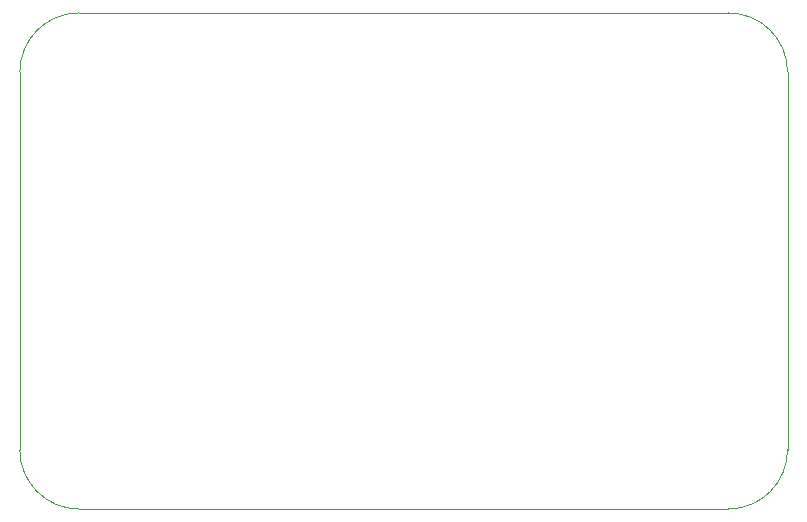
<source format=gbr>
%TF.GenerationSoftware,KiCad,Pcbnew,7.0.7*%
%TF.CreationDate,2024-01-06T16:12:51-06:00*%
%TF.ProjectId,MAR,4d41522e-6b69-4636-9164-5f7063625858,rev?*%
%TF.SameCoordinates,Original*%
%TF.FileFunction,Profile,NP*%
%FSLAX46Y46*%
G04 Gerber Fmt 4.6, Leading zero omitted, Abs format (unit mm)*
G04 Created by KiCad (PCBNEW 7.0.7) date 2024-01-06 16:12:51*
%MOMM*%
%LPD*%
G01*
G04 APERTURE LIST*
%TA.AperFunction,Profile*%
%ADD10C,0.100000*%
%TD*%
G04 APERTURE END LIST*
D10*
X93000000Y-70600000D02*
X148000000Y-70600000D01*
X88000000Y-107600000D02*
X88000000Y-75600000D01*
X148000000Y-112600000D02*
X93000000Y-112600000D01*
X153000000Y-75600000D02*
X153000000Y-107600000D01*
X93000000Y-70600000D02*
G75*
G03*
X88000000Y-75600000I0J-5000000D01*
G01*
X88000000Y-107600000D02*
G75*
G03*
X93000000Y-112600000I5000000J0D01*
G01*
X148000000Y-112600000D02*
G75*
G03*
X153000000Y-107600000I0J5000000D01*
G01*
X153000000Y-75600000D02*
G75*
G03*
X148000000Y-70600000I-5000000J0D01*
G01*
M02*

</source>
